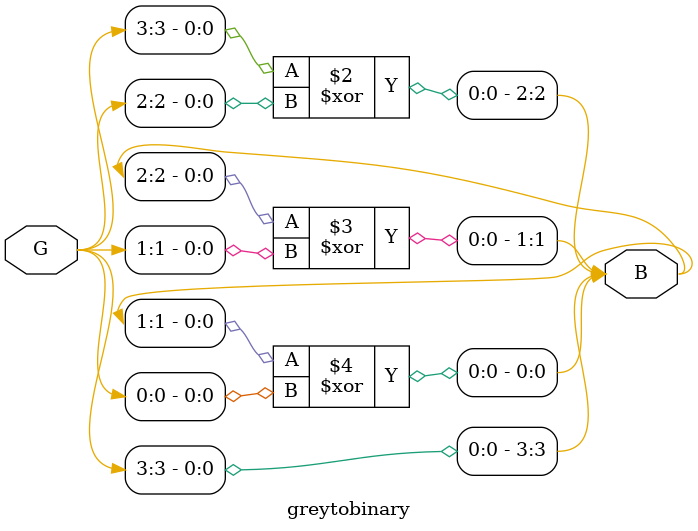
<source format=v>
`timescale 1ns / 1ps
module greytobinary(
    input [3:0] G,
    output [3:0] B
    );
	reg [3:0] B;
	
	always@(G) begin
		B[3]=G[3];
		B[2]=G[3]^G[2];
		B[1]=B[2]^G[1];
		B[0]=B[1]^G[0];
		
		end

endmodule

</source>
